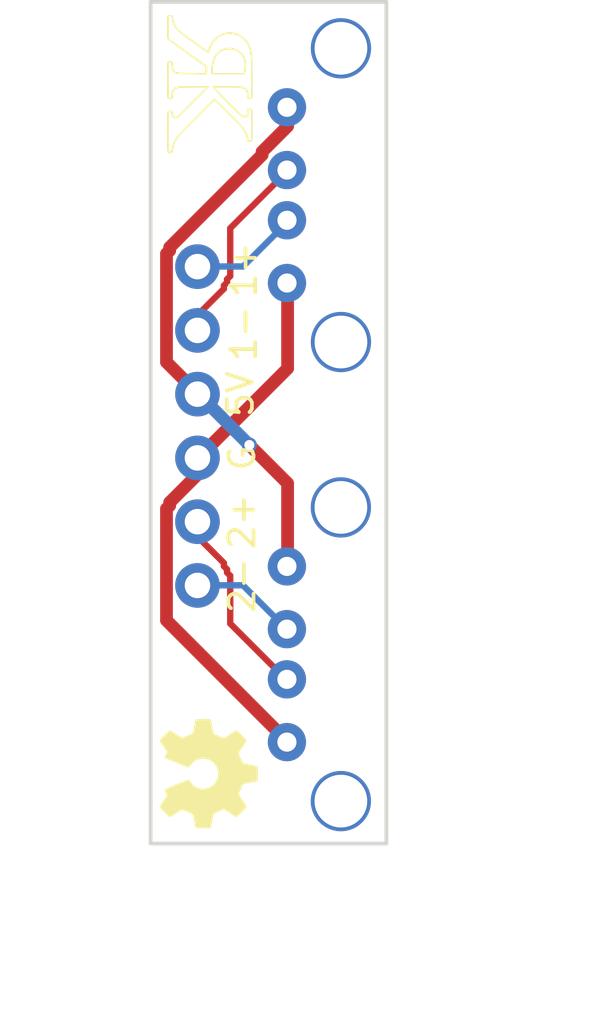
<source format=kicad_pcb>
(kicad_pcb (version 4) (host pcbnew 4.0.6)

  (general
    (links 8)
    (no_connects 0)
    (area 123.83844 82.728999 150.0761 125.801124)
    (thickness 1.6)
    (drawings 5)
    (tracks 56)
    (zones 0)
    (modules 5)
    (nets 7)
  )

  (page A4)
  (layers
    (0 F.Cu signal)
    (31 B.Cu signal)
    (32 B.Adhes user)
    (33 F.Adhes user)
    (34 B.Paste user)
    (35 F.Paste user)
    (36 B.SilkS user)
    (37 F.SilkS user)
    (38 B.Mask user)
    (39 F.Mask user)
    (40 Dwgs.User user)
    (41 Cmts.User user)
    (42 Eco1.User user)
    (43 Eco2.User user)
    (44 Edge.Cuts user)
    (45 Margin user)
    (46 B.CrtYd user)
    (47 F.CrtYd user)
    (48 B.Fab user)
    (49 F.Fab user)
  )

  (setup
    (last_trace_width 0.254)
    (user_trace_width 0.254)
    (user_trace_width 0.508)
    (user_trace_width 0.635)
    (trace_clearance 0.2)
    (zone_clearance 0.508)
    (zone_45_only no)
    (trace_min 0.2)
    (segment_width 0.2)
    (edge_width 0.15)
    (via_size 0.6)
    (via_drill 0.4)
    (via_min_size 0.4)
    (via_min_drill 0.3)
    (uvia_size 0.3)
    (uvia_drill 0.1)
    (uvias_allowed no)
    (uvia_min_size 0.2)
    (uvia_min_drill 0.1)
    (pcb_text_width 0.3)
    (pcb_text_size 1.5 1.5)
    (mod_edge_width 0.15)
    (mod_text_size 1 1)
    (mod_text_width 0.15)
    (pad_size 1.778 1.778)
    (pad_drill 1.016)
    (pad_to_mask_clearance 0)
    (aux_axis_origin 0 0)
    (visible_elements 7FFFFF7F)
    (pcbplotparams
      (layerselection 0x00030_80000001)
      (usegerberextensions false)
      (excludeedgelayer true)
      (linewidth 0.100000)
      (plotframeref false)
      (viasonmask false)
      (mode 1)
      (useauxorigin false)
      (hpglpennumber 1)
      (hpglpenspeed 20)
      (hpglpendiameter 15)
      (hpglpenoverlay 2)
      (psnegative false)
      (psa4output false)
      (plotreference true)
      (plotvalue true)
      (plotinvisibletext false)
      (padsonsilk false)
      (subtractmaskfromsilk false)
      (outputformat 1)
      (mirror false)
      (drillshape 1)
      (scaleselection 1)
      (outputdirectory ""))
  )

  (net 0 "")
  (net 1 "Net-(J1-Pad4)")
  (net 2 "Net-(J1-Pad3)")
  (net 3 "Net-(J1-Pad2)")
  (net 4 "Net-(J1-Pad1)")
  (net 5 "Net-(J2-Pad3)")
  (net 6 "Net-(J2-Pad2)")

  (net_class Default "This is the default net class."
    (clearance 0.2)
    (trace_width 0.254)
    (via_dia 0.6)
    (via_drill 0.4)
    (uvia_dia 0.3)
    (uvia_drill 0.1)
    (add_net "Net-(J1-Pad1)")
    (add_net "Net-(J1-Pad2)")
    (add_net "Net-(J1-Pad3)")
    (add_net "Net-(J1-Pad4)")
    (add_net "Net-(J2-Pad2)")
    (add_net "Net-(J2-Pad3)")
  )

  (net_class Power ""
    (clearance 0.2)
    (trace_width 0.635)
    (via_dia 0.6)
    (via_drill 0.4)
    (uvia_dia 0.3)
    (uvia_drill 0.1)
  )

  (module Custom_Connectors:USB_A_Plug (layer F.Cu) (tedit 599B27D2) (tstamp 599B2854)
    (at 148.5011 105.0036 90)
    (path /5999BF83)
    (fp_text reference J1 (at 0 0.5 90) (layer F.SilkS) hide
      (effects (font (size 1 1) (thickness 0.15)))
    )
    (fp_text value USB_A (at 0 -0.5 90) (layer F.Fab) hide
      (effects (font (size 1 1) (thickness 0.15)))
    )
    (pad 4 thru_hole circle (at 11 -12 90) (size 1.524 1.524) (drill 0.762) (layers *.Cu *.Mask)
      (net 1 "Net-(J1-Pad4)"))
    (pad 3 thru_hole circle (at 13.5 -12 90) (size 1.524 1.524) (drill 0.762) (layers *.Cu *.Mask)
      (net 2 "Net-(J1-Pad3)"))
    (pad 2 thru_hole circle (at 15.5 -12 90) (size 1.524 1.524) (drill 0.762) (layers *.Cu *.Mask)
      (net 3 "Net-(J1-Pad2)"))
    (pad 1 thru_hole circle (at 18 -12 90) (size 1.524 1.524) (drill 0.762) (layers *.Cu *.Mask)
      (net 4 "Net-(J1-Pad1)"))
    (pad "" np_thru_hole circle (at 12.2 -9.85 90) (size 1.3 1.3) (drill 1.3) (layers *.Cu *.Mask))
    (pad "" np_thru_hole circle (at 16.8 -9.85 90) (size 1.3 1.3) (drill 1.3) (layers *.Cu *.Mask))
    (pad 7 thru_hole circle (at 8.65 -9.85 90) (size 2.4 2.4) (drill 2.1) (layers *.Cu *.Mask))
    (pad 6 thru_hole circle (at 20.35 -9.85 90) (size 2.4 2.4) (drill 2.1) (layers *.Cu *.Mask))
  )

  (module Custom_Connectors:USB_A_Plug (layer F.Cu) (tedit 599B27D2) (tstamp 599B2860)
    (at 148.49856 123.2916 90)
    (path /5999BFED)
    (fp_text reference J2 (at 0 0.5 90) (layer F.SilkS) hide
      (effects (font (size 1 1) (thickness 0.15)))
    )
    (fp_text value USB_A (at 0 -0.5 90) (layer F.Fab) hide
      (effects (font (size 1 1) (thickness 0.15)))
    )
    (pad 4 thru_hole circle (at 11 -12 90) (size 1.524 1.524) (drill 0.762) (layers *.Cu *.Mask)
      (net 1 "Net-(J1-Pad4)"))
    (pad 3 thru_hole circle (at 13.5 -12 90) (size 1.524 1.524) (drill 0.762) (layers *.Cu *.Mask)
      (net 5 "Net-(J2-Pad3)"))
    (pad 2 thru_hole circle (at 15.5 -12 90) (size 1.524 1.524) (drill 0.762) (layers *.Cu *.Mask)
      (net 6 "Net-(J2-Pad2)"))
    (pad 1 thru_hole circle (at 18 -12 90) (size 1.524 1.524) (drill 0.762) (layers *.Cu *.Mask)
      (net 4 "Net-(J1-Pad1)"))
    (pad "" np_thru_hole circle (at 12.2 -9.85 90) (size 1.3 1.3) (drill 1.3) (layers *.Cu *.Mask))
    (pad "" np_thru_hole circle (at 16.8 -9.85 90) (size 1.3 1.3) (drill 1.3) (layers *.Cu *.Mask))
    (pad 7 thru_hole circle (at 8.65 -9.85 90) (size 2.4 2.4) (drill 2.1) (layers *.Cu *.Mask))
    (pad 6 thru_hole circle (at 20.35 -9.85 90) (size 2.4 2.4) (drill 2.1) (layers *.Cu *.Mask))
  )

  (module Custom_Connectors:USB_Extender_2_Port (layer F.Cu) (tedit 599B28DB) (tstamp 599B2A3F)
    (at 125.31344 88.27008 270)
    (path /5999C06C)
    (fp_text reference J3 (at 0 0.5 270) (layer F.SilkS) hide
      (effects (font (size 1 1) (thickness 0.15)))
    )
    (fp_text value CONN_01X06 (at 0 -0.5 270) (layer F.Fab) hide
      (effects (font (size 1 1) (thickness 0.15)))
    )
    (fp_text user 2- (at 17.78 -9.398 270) (layer F.SilkS)
      (effects (font (size 1 1) (thickness 0.15)))
    )
    (fp_text user 2+ (at 15.24 -9.398 270) (layer F.SilkS)
      (effects (font (size 1 1) (thickness 0.15)))
    )
    (fp_text user G (at 12.7 -9.398 270) (layer F.SilkS)
      (effects (font (size 1 1) (thickness 0.15)))
    )
    (fp_text user 5V (at 10.16 -9.3345 270) (layer F.SilkS)
      (effects (font (size 1 1) (thickness 0.15)))
    )
    (fp_text user 1- (at 7.747 -9.4615 270) (layer F.SilkS)
      (effects (font (size 1 1) (thickness 0.15)))
    )
    (fp_text user 1+ (at 5.207 -9.4615 270) (layer F.SilkS)
      (effects (font (size 1 1) (thickness 0.15)))
    )
    (pad 1 thru_hole circle (at 5.08 -7.62 270) (size 1.778 1.778) (drill 1.016) (layers *.Cu *.Mask)
      (net 2 "Net-(J1-Pad3)"))
    (pad 2 thru_hole circle (at 7.62 -7.62 270) (size 1.778 1.778) (drill 1.016) (layers *.Cu *.Mask)
      (net 3 "Net-(J1-Pad2)"))
    (pad 3 thru_hole circle (at 10.16 -7.62 270) (size 1.778 1.778) (drill 1.016) (layers *.Cu *.Mask)
      (net 4 "Net-(J1-Pad1)"))
    (pad 4 thru_hole circle (at 12.7 -7.62 270) (size 1.778 1.778) (drill 1.016) (layers *.Cu *.Mask)
      (net 1 "Net-(J1-Pad4)"))
    (pad 5 thru_hole circle (at 15.24 -7.62 270) (size 1.778 1.778) (drill 1.016) (layers *.Cu *.Mask)
      (net 5 "Net-(J2-Pad3)"))
    (pad 6 thru_hole circle (at 17.78 -7.62 270) (size 1.778 1.778) (drill 1.016) (layers *.Cu *.Mask)
      (net 6 "Net-(J2-Pad2)"))
  )

  (module Custom_Connectors:OSH (layer F.Cu) (tedit 0) (tstamp 599C76FE)
    (at 133.35 113.538 270)
    (fp_text reference G*** (at 0 0 270) (layer F.SilkS) hide
      (effects (font (thickness 0.3)))
    )
    (fp_text value LOGO (at 0.75 0 270) (layer F.SilkS) hide
      (effects (font (thickness 0.3)))
    )
    (fp_poly (pts (xy 0.100534 -1.985777) (xy 0.169196 -1.985496) (xy 0.220296 -1.984734) (xy 0.256596 -1.983253)
      (xy 0.280862 -1.980813) (xy 0.295857 -1.977175) (xy 0.304345 -1.972099) (xy 0.309091 -1.965346)
      (xy 0.311521 -1.959841) (xy 0.318862 -1.93544) (xy 0.32911 -1.891624) (xy 0.341586 -1.831791)
      (xy 0.355612 -1.759335) (xy 0.370511 -1.677655) (xy 0.385605 -1.590146) (xy 0.387012 -1.581727)
      (xy 0.398482 -1.512493) (xy 0.407988 -1.461938) (xy 0.418116 -1.426101) (xy 0.431451 -1.401024)
      (xy 0.450577 -1.382747) (xy 0.47808 -1.367309) (xy 0.516546 -1.350752) (xy 0.54564 -1.338768)
      (xy 0.604618 -1.314257) (xy 0.665929 -1.28877) (xy 0.720343 -1.266143) (xy 0.744504 -1.256093)
      (xy 0.785739 -1.240461) (xy 0.820187 -1.230151) (xy 0.841176 -1.227117) (xy 0.842641 -1.227378)
      (xy 0.856746 -1.235062) (xy 0.886962 -1.254044) (xy 0.930434 -1.282444) (xy 0.984309 -1.318383)
      (xy 1.045734 -1.359983) (xy 1.089062 -1.389652) (xy 1.153837 -1.433719) (xy 1.212959 -1.473027)
      (xy 1.263584 -1.50576) (xy 1.302871 -1.530102) (xy 1.327976 -1.544236) (xy 1.335431 -1.547091)
      (xy 1.3481 -1.539202) (xy 1.374481 -1.517026) (xy 1.412157 -1.482799) (xy 1.45871 -1.438755)
      (xy 1.511721 -1.38713) (xy 1.554194 -1.34485) (xy 1.616715 -1.281847) (xy 1.664568 -1.232946)
      (xy 1.699507 -1.196018) (xy 1.723287 -1.168932) (xy 1.737663 -1.14956) (xy 1.744391 -1.135772)
      (xy 1.745224 -1.125439) (xy 1.742126 -1.116828) (xy 1.731884 -1.100071) (xy 1.710607 -1.067407)
      (xy 1.680365 -1.021937) (xy 1.643229 -0.966766) (xy 1.601269 -0.904995) (xy 1.580188 -0.874154)
      (xy 1.537536 -0.811291) (xy 1.49967 -0.754355) (xy 1.468446 -0.70623) (xy 1.445723 -0.669803)
      (xy 1.433357 -0.647959) (xy 1.431637 -0.643333) (xy 1.435948 -0.629241) (xy 1.447726 -0.598119)
      (xy 1.465237 -0.554116) (xy 1.486747 -0.501383) (xy 1.510521 -0.444067) (xy 1.534827 -0.386317)
      (xy 1.557929 -0.332284) (xy 1.578094 -0.286116) (xy 1.593588 -0.251961) (xy 1.602677 -0.23397)
      (xy 1.602794 -0.233784) (xy 1.616427 -0.227562) (xy 1.649773 -0.218076) (xy 1.699797 -0.206033)
      (xy 1.763465 -0.192138) (xy 1.837743 -0.177098) (xy 1.885802 -0.167883) (xy 1.96273 -0.153234)
      (xy 2.032239 -0.13963) (xy 2.09106 -0.127741) (xy 2.135926 -0.118237) (xy 2.16357 -0.111786)
      (xy 2.170863 -0.109485) (xy 2.174354 -0.095971) (xy 2.177291 -0.061419) (xy 2.179595 -0.007881)
      (xy 2.181191 0.062595) (xy 2.182003 0.147959) (xy 2.182091 0.190403) (xy 2.181982 0.28055)
      (xy 2.181536 0.350281) (xy 2.180572 0.402275) (xy 2.178908 0.439206) (xy 2.176365 0.463751)
      (xy 2.172762 0.478586) (xy 2.167918 0.486387) (xy 2.161887 0.489757) (xy 2.144576 0.493768)
      (xy 2.10844 0.501113) (xy 2.057379 0.511036) (xy 1.995294 0.522778) (xy 1.926084 0.535583)
      (xy 1.922318 0.536272) (xy 1.851321 0.549295) (xy 1.785785 0.561394) (xy 1.730017 0.571766)
      (xy 1.688325 0.57961) (xy 1.665015 0.584127) (xy 1.66493 0.584144) (xy 1.649904 0.58779)
      (xy 1.6372 0.593682) (xy 1.625344 0.604469) (xy 1.612863 0.622799) (xy 1.598282 0.65132)
      (xy 1.580128 0.69268) (xy 1.556925 0.749526) (xy 1.527201 0.824507) (xy 1.517713 0.848594)
      (xy 1.488668 0.923964) (xy 1.468424 0.980533) (xy 1.456293 1.020556) (xy 1.451587 1.046284)
      (xy 1.453335 1.059476) (xy 1.462942 1.074773) (xy 1.48352 1.105878) (xy 1.512923 1.149601)
      (xy 1.548999 1.20275) (xy 1.5896 1.262132) (xy 1.598966 1.275773) (xy 1.640343 1.336206)
      (xy 1.677729 1.391212) (xy 1.708958 1.437572) (xy 1.731864 1.472067) (xy 1.744283 1.49148)
      (xy 1.745382 1.493388) (xy 1.747008 1.50205) (xy 1.742659 1.514381) (xy 1.730659 1.532352)
      (xy 1.709329 1.557937) (xy 1.676992 1.593107) (xy 1.63197 1.639835) (xy 1.572586 1.700092)
      (xy 1.551413 1.72141) (xy 1.494967 1.777788) (xy 1.443651 1.828308) (xy 1.399758 1.870771)
      (xy 1.365584 1.902978) (xy 1.343421 1.92273) (xy 1.335813 1.928091) (xy 1.323799 1.921819)
      (xy 1.29562 1.904234) (xy 1.254088 1.877179) (xy 1.202012 1.842498) (xy 1.142203 1.802035)
      (xy 1.107055 1.778) (xy 1.043845 1.735067) (xy 0.986435 1.696923) (xy 0.93772 1.665424)
      (xy 0.900593 1.642425) (xy 0.877952 1.62978) (xy 0.872771 1.627909) (xy 0.856331 1.633233)
      (xy 0.825215 1.64751) (xy 0.784774 1.668198) (xy 0.761993 1.680557) (xy 0.719184 1.702936)
      (xy 0.683153 1.719376) (xy 0.659098 1.727621) (xy 0.652968 1.727893) (xy 0.648927 1.725623)
      (xy 0.644298 1.720729) (xy 0.638318 1.711472) (xy 0.630224 1.696116) (xy 0.619255 1.672924)
      (xy 0.604646 1.640158) (xy 0.585635 1.596082) (xy 0.56146 1.538959) (xy 0.531357 1.467052)
      (xy 0.494563 1.378623) (xy 0.450317 1.271936) (xy 0.41031 1.175338) (xy 0.373996 1.087171)
      (xy 0.340669 1.005366) (xy 0.311335 0.932465) (xy 0.287 0.871005) (xy 0.268672 0.823527)
      (xy 0.257357 0.79257) (xy 0.254 0.780999) (xy 0.262739 0.766785) (xy 0.286005 0.743625)
      (xy 0.319375 0.715764) (xy 0.331932 0.706201) (xy 0.429116 0.624768) (xy 0.504438 0.540468)
      (xy 0.559116 0.451068) (xy 0.59437 0.354335) (xy 0.61142 0.248036) (xy 0.613499 0.1905)
      (xy 0.602654 0.072995) (xy 0.571029 -0.036929) (xy 0.51999 -0.137086) (xy 0.450904 -0.225291)
      (xy 0.365136 -0.299359) (xy 0.273974 -0.352525) (xy 0.161133 -0.393934) (xy 0.047148 -0.412342)
      (xy -0.067115 -0.407753) (xy -0.180789 -0.38017) (xy -0.252222 -0.350743) (xy -0.341666 -0.296416)
      (xy -0.422398 -0.225125) (xy -0.490821 -0.141272) (xy -0.543341 -0.049261) (xy -0.576288 0.046182)
      (xy -0.583872 0.097522) (xy -0.587489 0.16218) (xy -0.587141 0.230724) (xy -0.582827 0.293726)
      (xy -0.576288 0.334818) (xy -0.544874 0.425752) (xy -0.494332 0.515925) (xy -0.428252 0.600434)
      (xy -0.350223 0.674376) (xy -0.301581 0.710046) (xy -0.257335 0.742795) (xy -0.234546 0.768486)
      (xy -0.231254 0.779318) (xy -0.235514 0.794893) (xy -0.247778 0.829251) (xy -0.267066 0.879901)
      (xy -0.292398 0.944355) (xy -0.322794 1.020123) (xy -0.357274 1.104716) (xy -0.394859 1.195644)
      (xy -0.39938 1.2065) (xy -0.438002 1.299354) (xy -0.474417 1.387265) (xy -0.507519 1.467534)
      (xy -0.536201 1.537462) (xy -0.559357 1.594351) (xy -0.57588 1.635501) (xy -0.584662 1.658214)
      (xy -0.584923 1.658944) (xy -0.59872 1.694115) (xy -0.612861 1.715107) (xy -0.631587 1.722529)
      (xy -0.659139 1.716996) (xy -0.699758 1.699117) (xy -0.736 1.680741) (xy -0.780512 1.658328)
      (xy -0.817776 1.640633) (xy -0.842794 1.629972) (xy -0.850029 1.627909) (xy -0.862579 1.634174)
      (xy -0.891224 1.651722) (xy -0.93308 1.678681) (xy -0.985263 1.71318) (xy -1.044889 1.75335)
      (xy -1.074542 1.773572) (xy -1.136965 1.816115) (xy -1.193514 1.854293) (xy -1.241239 1.886145)
      (xy -1.27719 1.909707) (xy -1.298417 1.923018) (xy -1.302396 1.925146) (xy -1.314853 1.918998)
      (xy -1.341397 1.897983) (xy -1.38008 1.86385) (xy -1.428953 1.818348) (xy -1.486067 1.763225)
      (xy -1.518874 1.730847) (xy -1.576434 1.672798) (xy -1.627127 1.620065) (xy -1.668851 1.574957)
      (xy -1.699501 1.539783) (xy -1.716975 1.516854) (xy -1.720273 1.509681) (xy -1.713938 1.494475)
      (xy -1.696184 1.463366) (xy -1.668883 1.419335) (xy -1.633906 1.36536) (xy -1.593126 1.304421)
      (xy -1.570182 1.270871) (xy -1.527238 1.20801) (xy -1.489087 1.151153) (xy -1.457585 1.103149)
      (xy -1.434588 1.066849) (xy -1.421952 1.045102) (xy -1.420091 1.040422) (xy -1.424353 1.024472)
      (xy -1.436024 0.991433) (xy -1.453428 0.94543) (xy -1.474892 0.89059) (xy -1.49874 0.831039)
      (xy -1.523298 0.770902) (xy -1.546891 0.714305) (xy -1.567845 0.665374) (xy -1.584486 0.628235)
      (xy -1.595137 0.607013) (xy -1.597212 0.604036) (xy -1.614355 0.596303) (xy -1.652674 0.585579)
      (xy -1.710494 0.572221) (xy -1.786145 0.556588) (xy -1.877954 0.539035) (xy -1.984249 0.51992)
      (xy -2.020263 0.513667) (xy -2.069209 0.504279) (xy -2.110218 0.494645) (xy -2.137438 0.486226)
      (xy -2.144376 0.482673) (xy -2.148421 0.468266) (xy -2.151893 0.434767) (xy -2.154765 0.386002)
      (xy -2.157008 0.325794) (xy -2.158594 0.257969) (xy -2.159493 0.186352) (xy -2.159678 0.114768)
      (xy -2.15912 0.047041) (xy -2.157791 -0.013002) (xy -2.155662 -0.061539) (xy -2.152704 -0.094742)
      (xy -2.148889 -0.108789) (xy -2.148787 -0.108858) (xy -2.135013 -0.112677) (xy -2.101779 -0.120033)
      (xy -2.05233 -0.130263) (xy -1.989912 -0.142706) (xy -1.917769 -0.1567) (xy -1.863954 -0.166927)
      (xy -1.787109 -0.181706) (xy -1.717876 -0.195584) (xy -1.659472 -0.207873) (xy -1.615116 -0.217879)
      (xy -1.588024 -0.224913) (xy -1.58107 -0.227683) (xy -1.572964 -0.2422) (xy -1.558167 -0.273857)
      (xy -1.538426 -0.31846) (xy -1.51549 -0.371814) (xy -1.491104 -0.429726) (xy -1.467019 -0.488001)
      (xy -1.44498 -0.542444) (xy -1.426736 -0.588862) (xy -1.414034 -0.623061) (xy -1.408622 -0.640845)
      (xy -1.408545 -0.641729) (xy -1.414842 -0.65589) (xy -1.432504 -0.686089) (xy -1.459687 -0.729422)
      (xy -1.494547 -0.782985) (xy -1.535241 -0.843878) (xy -1.56044 -0.880898) (xy -1.603987 -0.945003)
      (xy -1.643146 -1.003692) (xy -1.67599 -1.053991) (xy -1.700593 -1.092928) (xy -1.715026 -1.117529)
      (xy -1.717944 -1.123919) (xy -1.715079 -1.13586) (xy -1.701417 -1.156546) (xy -1.675704 -1.187408)
      (xy -1.636688 -1.229872) (xy -1.583113 -1.285368) (xy -1.522878 -1.346169) (xy -1.466836 -1.401725)
      (xy -1.415675 -1.451391) (xy -1.37178 -1.492936) (xy -1.337537 -1.524127) (xy -1.315332 -1.542735)
      (xy -1.308054 -1.547091) (xy -1.294971 -1.540809) (xy -1.265665 -1.523147) (xy -1.222888 -1.495882)
      (xy -1.169393 -1.46079) (xy -1.107933 -1.419649) (xy -1.057627 -1.385454) (xy -0.99215 -1.340951)
      (xy -0.932764 -1.301136) (xy -0.882176 -1.26778) (xy -0.843094 -1.242655) (xy -0.818226 -1.227533)
      (xy -0.810482 -1.223818) (xy -0.794959 -1.228131) (xy -0.762541 -1.239892) (xy -0.717504 -1.257334)
      (xy -0.664126 -1.278691) (xy -0.606682 -1.302195) (xy -0.549451 -1.326079) (xy -0.496709 -1.348577)
      (xy -0.452733 -1.367921) (xy -0.4218 -1.382346) (xy -0.408297 -1.38997) (xy -0.402573 -1.404569)
      (xy -0.393644 -1.438562) (xy -0.382255 -1.488589) (xy -0.369148 -1.551294) (xy -0.355067 -1.623317)
      (xy -0.346695 -1.668318) (xy -0.33243 -1.74516) (xy -0.318928 -1.815539) (xy -0.306907 -1.875882)
      (xy -0.297089 -1.922616) (xy -0.290194 -1.95217) (xy -0.287895 -1.959841) (xy -0.284277 -1.967834)
      (xy -0.27872 -1.973993) (xy -0.268464 -1.978555) (xy -0.250752 -1.981761) (xy -0.222823 -1.98385)
      (xy -0.181919 -1.985061) (xy -0.125281 -1.985633) (xy -0.050149 -1.985806) (xy 0.011546 -1.985818)
      (xy 0.100534 -1.985777)) (layer F.SilkS) (width 0.01))
  )

  (module Custom_Connectors:Logo (layer F.Cu) (tedit 0) (tstamp 599C7AFC)
    (at 133.35 86.106 270)
    (fp_text reference G*** (at 0 0 270) (layer F.SilkS) hide
      (effects (font (thickness 0.3)))
    )
    (fp_text value LOGO (at 0.75 0 270) (layer F.SilkS) hide
      (effects (font (thickness 0.3)))
    )
    (fp_poly (pts (xy 1.900218 -1.777825) (xy 2.005691 -1.776961) (xy 2.089053 -1.775004) (xy 2.152895 -1.771526)
      (xy 2.199808 -1.766094) (xy 2.232382 -1.758279) (xy 2.253207 -1.74765) (xy 2.264874 -1.733777)
      (xy 2.269973 -1.716229) (xy 2.271094 -1.694575) (xy 2.27083 -1.668609) (xy 2.26771 -1.62429)
      (xy 2.260228 -1.591084) (xy 2.257594 -1.585642) (xy 2.237464 -1.573464) (xy 2.195926 -1.559795)
      (xy 2.141176 -1.547224) (xy 2.129009 -1.545008) (xy 2.045394 -1.525994) (xy 1.966668 -1.500048)
      (xy 1.901013 -1.470344) (xy 1.856606 -1.440055) (xy 1.855374 -1.438863) (xy 1.8328 -1.422276)
      (xy 1.823661 -1.419412) (xy 1.807362 -1.410555) (xy 1.774264 -1.387102) (xy 1.730401 -1.353732)
      (xy 1.68181 -1.315122) (xy 1.634526 -1.275951) (xy 1.601959 -1.247588) (xy 1.578593 -1.225468)
      (xy 1.539684 -1.187451) (xy 1.490687 -1.138906) (xy 1.43803 -1.086185) (xy 1.394 -1.041869)
      (xy 1.332838 -0.980308) (xy 1.258471 -0.905454) (xy 1.174827 -0.82126) (xy 1.085833 -0.731682)
      (xy 0.995417 -0.640671) (xy 0.967441 -0.61251) (xy 0.885113 -0.529359) (xy 0.809972 -0.45293)
      (xy 0.744511 -0.3858) (xy 0.691223 -0.330548) (xy 0.6526 -0.289751) (xy 0.631136 -0.265986)
      (xy 0.627529 -0.260996) (xy 0.637779 -0.24927) (xy 0.667087 -0.218666) (xy 0.713292 -0.171344)
      (xy 0.774229 -0.109465) (xy 0.847739 -0.035188) (xy 0.931657 0.049325) (xy 1.023821 0.141915)
      (xy 1.12207 0.24042) (xy 1.224241 0.342681) (xy 1.328172 0.446536) (xy 1.4317 0.549826)
      (xy 1.532662 0.650389) (xy 1.628898 0.746066) (xy 1.718244 0.834695) (xy 1.798537 0.914117)
      (xy 1.867617 0.982171) (xy 1.923319 1.036696) (xy 1.963483 1.075532) (xy 1.985945 1.096519)
      (xy 1.987872 1.098176) (xy 2.035402 1.136052) (xy 2.088679 1.175843) (xy 2.1416 1.213324)
      (xy 2.188063 1.244267) (xy 2.221965 1.264446) (xy 2.235963 1.27) (xy 2.261215 1.27963)
      (xy 2.273727 1.28953) (xy 2.309325 1.312023) (xy 2.368349 1.335116) (xy 2.444452 1.356829)
      (xy 2.531288 1.375185) (xy 2.567582 1.38114) (xy 2.631139 1.392914) (xy 2.678767 1.40615)
      (xy 2.704045 1.418999) (xy 2.705559 1.420852) (xy 2.713626 1.447807) (xy 2.718468 1.491301)
      (xy 2.719065 1.511727) (xy 2.719643 1.53669) (xy 2.71968 1.557833) (xy 2.716893 1.575471)
      (xy 2.709001 1.589922) (xy 2.693722 1.601501) (xy 2.668775 1.610523) (xy 2.631879 1.617305)
      (xy 2.58075 1.622163) (xy 2.513109 1.625412) (xy 2.426673 1.627369) (xy 2.319161 1.628349)
      (xy 2.18829 1.628669) (xy 2.03178 1.628644) (xy 1.875118 1.628588) (xy 1.694754 1.628662)
      (xy 1.54199 1.628669) (xy 1.414544 1.628286) (xy 1.310132 1.62719) (xy 1.226474 1.625057)
      (xy 1.161288 1.621564) (xy 1.112291 1.616389) (xy 1.077201 1.609208) (xy 1.053737 1.599699)
      (xy 1.039616 1.587537) (xy 1.032557 1.5724) (xy 1.030277 1.553965) (xy 1.030495 1.531909)
      (xy 1.030941 1.509059) (xy 1.036757 1.448907) (xy 1.057321 1.412037) (xy 1.097309 1.393817)
      (xy 1.151538 1.389529) (xy 1.218047 1.380183) (xy 1.262432 1.354104) (xy 1.282721 1.314231)
      (xy 1.276939 1.263503) (xy 1.259707 1.228386) (xy 1.241991 1.206603) (xy 1.205349 1.166749)
      (xy 1.152393 1.111466) (xy 1.085735 1.043394) (xy 1.007987 0.965177) (xy 0.921763 0.879456)
      (xy 0.829673 0.788873) (xy 0.73433 0.69607) (xy 0.712822 0.675274) (xy 0.688301 0.651063)
      (xy 0.64743 0.610124) (xy 0.594784 0.557064) (xy 0.534938 0.496489) (xy 0.494774 0.455706)
      (xy 0.425736 0.385858) (xy 0.354172 0.314051) (xy 0.286881 0.247068) (xy 0.230662 0.191692)
      (xy 0.211125 0.172694) (xy 0.103816 0.068976) (xy 0.109624 0.583576) (xy 0.111255 0.706624)
      (xy 0.11324 0.82174) (xy 0.115478 0.925107) (xy 0.11787 1.012911) (xy 0.120313 1.081335)
      (xy 0.122707 1.126565) (xy 0.124416 1.143) (xy 0.146694 1.235535) (xy 0.173803 1.302174)
      (xy 0.210373 1.346902) (xy 0.261034 1.373707) (xy 0.330416 1.386572) (xy 0.410788 1.389529)
      (xy 0.481385 1.392335) (xy 0.527394 1.403279) (xy 0.553791 1.42615) (xy 0.565551 1.464736)
      (xy 0.567765 1.509059) (xy 0.568193 1.535939) (xy 0.56787 1.558469) (xy 0.564377 1.57703)
      (xy 0.555299 1.592006) (xy 0.538221 1.603779) (xy 0.510727 1.612732) (xy 0.4704 1.619247)
      (xy 0.414825 1.623708) (xy 0.341585 1.626497) (xy 0.248266 1.627997) (xy 0.13245 1.62859)
      (xy -0.008277 1.62866) (xy -0.176332 1.628589) (xy -0.186765 1.628588) (xy -0.356446 1.62865)
      (xy -0.49866 1.628586) (xy -0.615825 1.628022) (xy -0.710354 1.626584) (xy -0.784663 1.623898)
      (xy -0.841168 1.619589) (xy -0.882283 1.613283) (xy -0.910425 1.604607) (xy -0.928009 1.593185)
      (xy -0.93745 1.578643) (xy -0.941163 1.560609) (xy -0.941564 1.538706) (xy -0.941069 1.512561)
      (xy -0.941065 1.511727) (xy -0.939467 1.464444) (xy -0.931763 1.432176) (xy -0.913045 1.41164)
      (xy -0.878401 1.399554) (xy -0.822922 1.392633) (xy -0.756631 1.388411) (xy -0.676463 1.382508)
      (xy -0.621895 1.374687) (xy -0.588667 1.364184) (xy -0.577052 1.356128) (xy -0.551149 1.334678)
      (xy -0.53734 1.327093) (xy -0.524086 1.309008) (xy -0.509634 1.266313) (xy -0.495397 1.204166)
      (xy -0.482833 1.128059) (xy -0.480616 1.098651) (xy -0.478237 1.043491) (xy -0.475807 0.966707)
      (xy -0.473435 0.872427) (xy -0.47123 0.764781) (xy -0.469301 0.647896) (xy -0.468464 0.586441)
      (xy -0.462376 0.104588) (xy -0.593512 0.104924) (xy -0.724647 0.10526) (xy -0.776941 0.180647)
      (xy -0.80968 0.227) (xy -0.852993 0.287182) (xy -0.899576 0.351076) (xy -0.919614 0.378282)
      (xy -0.971431 0.44926) (xy -1.029684 0.530418) (xy -1.08398 0.607243) (xy -1.098118 0.627529)
      (xy -1.136842 0.68262) (xy -1.170735 0.729538) (xy -1.195284 0.762105) (xy -1.204247 0.77281)
      (xy -1.22292 0.796686) (xy -1.247757 0.834192) (xy -1.255887 0.847515) (xy -1.280359 0.885833)
      (xy -1.301077 0.913743) (xy -1.305909 0.918882) (xy -1.322012 0.938196) (xy -1.34879 0.974784)
      (xy -1.380584 1.020897) (xy -1.382059 1.023097) (xy -1.415795 1.071768) (xy -1.446691 1.113403)
      (xy -1.467971 1.138891) (xy -1.4881 1.164352) (xy -1.494118 1.179286) (xy -1.503474 1.2008)
      (xy -1.513325 1.212903) (xy -1.532064 1.235489) (xy -1.56056 1.27337) (xy -1.584296 1.306518)
      (xy -1.616881 1.351356) (xy -1.646569 1.389428) (xy -1.661698 1.406863) (xy -1.684865 1.435363)
      (xy -1.713968 1.476997) (xy -1.727001 1.497345) (xy -1.758887 1.543122) (xy -1.792668 1.583333)
      (xy -1.804539 1.594971) (xy -1.816028 1.604557) (xy -1.82873 1.612122) (xy -1.846079 1.617906)
      (xy -1.87151 1.622147) (xy -1.908458 1.625084) (xy -1.96036 1.626958) (xy -2.030649 1.628006)
      (xy -2.122762 1.628469) (xy -2.240133 1.628585) (xy -2.287257 1.628588) (xy -2.416538 1.628413)
      (xy -2.519159 1.62778) (xy -2.598339 1.626527) (xy -2.657301 1.624493) (xy -2.699265 1.621517)
      (xy -2.72745 1.617436) (xy -2.745078 1.612091) (xy -2.755369 1.605318) (xy -2.75558 1.605109)
      (xy -2.771326 1.573057) (xy -2.778613 1.525044) (xy -2.778158 1.506853) (xy -2.734235 1.506853)
      (xy -2.730939 1.541055) (xy -2.724053 1.559084) (xy -2.707062 1.561549) (xy -2.664019 1.56353)
      (xy -2.598751 1.564974) (xy -2.515084 1.565827) (xy -2.416847 1.566035) (xy -2.307865 1.565545)
      (xy -2.279691 1.56531) (xy -1.84551 1.561353) (xy -1.505665 1.090706) (xy -1.418803 0.970342)
      (xy -1.327635 0.843888) (xy -1.235976 0.716642) (xy -1.147638 0.5939) (xy -1.066435 0.480962)
      (xy -0.996179 0.383124) (xy -0.954491 0.324971) (xy -0.743162 0.029882) (xy -0.418353 0.029882)
      (xy -0.418353 0.588137) (xy -0.418758 0.721718) (xy -0.419915 0.847557) (xy -0.421735 0.961891)
      (xy -0.424128 1.060958) (xy -0.427006 1.140997) (xy -0.43028 1.198244) (xy -0.433436 1.226872)
      (xy -0.458894 1.309902) (xy -0.501797 1.37308) (xy -0.564531 1.418137) (xy -0.649479 1.4468)
      (xy -0.755621 1.460592) (xy -0.881529 1.468447) (xy -0.881529 1.569119) (xy 0.515471 1.561353)
      (xy 0.519989 1.514983) (xy 0.524508 1.468613) (xy 0.406489 1.460523) (xy 0.293211 1.44352)
      (xy 0.203864 1.409187) (xy 0.137481 1.356718) (xy 0.093098 1.285307) (xy 0.069747 1.19415)
      (xy 0.067959 1.178311) (xy 0.066728 1.151471) (xy 0.065482 1.098829) (xy 0.064248 1.024467)
      (xy 0.063055 0.932465) (xy 0.061932 0.826905) (xy 0.060907 0.711866) (xy 0.060007 0.591432)
      (xy 0.059262 0.469681) (xy 0.0587 0.350696) (xy 0.058349 0.238557) (xy 0.058237 0.137344)
      (xy 0.058393 0.05114) (xy 0.058845 -0.015975) (xy 0.059416 -0.052224) (xy 0.06961 -0.045108)
      (xy 0.098562 -0.018936) (xy 0.144044 0.024071) (xy 0.20383 0.081694) (xy 0.275694 0.151712)
      (xy 0.35741 0.231906) (xy 0.446752 0.320054) (xy 0.541493 0.413938) (xy 0.639407 0.511336)
      (xy 0.738268 0.610029) (xy 0.835849 0.707796) (xy 0.929924 0.802418) (xy 1.018267 0.891674)
      (xy 1.098652 0.973344) (xy 1.168853 1.045209) (xy 1.226642 1.105047) (xy 1.269794 1.150639)
      (xy 1.296083 1.179765) (xy 1.301395 1.18633) (xy 1.337948 1.25341) (xy 1.345907 1.315138)
      (xy 1.32642 1.369035) (xy 1.280639 1.412623) (xy 1.209711 1.443421) (xy 1.178752 1.450801)
      (xy 1.129992 1.461198) (xy 1.103682 1.471424) (xy 1.092898 1.486801) (xy 1.090719 1.512651)
      (xy 1.090706 1.518473) (xy 1.090706 1.568823) (xy 2.644588 1.568823) (xy 2.644588 1.516814)
      (xy 2.641134 1.48053) (xy 2.626015 1.463396) (xy 2.6035 1.45701) (xy 2.44152 1.419158)
      (xy 2.300646 1.36992) (xy 2.173256 1.306131) (xy 2.061882 1.232224) (xy 2.03464 1.209342)
      (xy 1.988351 1.167262) (xy 1.925061 1.107958) (xy 1.846813 1.033401) (xy 1.75565 0.945566)
      (xy 1.653617 0.846424) (xy 1.542757 0.737949) (xy 1.425114 0.622113) (xy 1.302731 0.50089)
      (xy 1.252316 0.450744) (xy 0.539868 -0.258773) (xy 1.025414 -0.75292) (xy 1.12888 -0.85775)
      (xy 1.22992 -0.959244) (xy 1.325796 -1.05471) (xy 1.413769 -1.141457) (xy 1.491098 -1.216795)
      (xy 1.555045 -1.278034) (xy 1.60287 -1.322484) (xy 1.625804 -1.342598) (xy 1.750366 -1.439785)
      (xy 1.862851 -1.513356) (xy 1.966792 -1.565177) (xy 2.06572 -1.597112) (xy 2.128146 -1.607989)
      (xy 2.212842 -1.617943) (xy 2.208333 -1.671825) (xy 2.203823 -1.725706) (xy 1.023471 -1.725706)
      (xy 1.018833 -1.669677) (xy 1.014196 -1.613647) (xy 1.11371 -1.613647) (xy 1.168723 -1.612481)
      (xy 1.204466 -1.606596) (xy 1.231529 -1.592414) (xy 1.260501 -1.566356) (xy 1.264023 -1.562847)
      (xy 1.294106 -1.528448) (xy 1.312326 -1.499286) (xy 1.314823 -1.489966) (xy 1.305483 -1.442936)
      (xy 1.27683 -1.383037) (xy 1.227915 -1.308856) (xy 1.157789 -1.21898) (xy 1.065504 -1.111995)
      (xy 1.048132 -1.092656) (xy 1.014452 -1.057078) (xy 0.964568 -1.006719) (xy 0.901181 -0.94413)
      (xy 0.826986 -0.871862) (xy 0.744684 -0.792466) (xy 0.656973 -0.708493) (xy 0.566551 -0.622494)
      (xy 0.476117 -0.537019) (xy 0.388369 -0.454621) (xy 0.306007 -0.377848) (xy 0.231727 -0.309254)
      (xy 0.16823 -0.251388) (xy 0.118213 -0.206801) (xy 0.084376 -0.178044) (xy 0.069663 -0.167709)
      (xy 0.064909 -0.174439) (xy 0.061127 -0.19843) (xy 0.058264 -0.241648) (xy 0.056269 -0.306058)
      (xy 0.05509 -0.393624) (xy 0.054676 -0.506314) (xy 0.054974 -0.646091) (xy 0.055298 -0.713062)
      (xy 0.056324 -0.878815) (xy 0.05763 -1.017495) (xy 0.059508 -1.131912) (xy 0.062256 -1.224876)
      (xy 0.066165 -1.299197) (xy 0.071532 -1.357684) (xy 0.078651 -1.403147) (xy 0.087816 -1.438396)
      (xy 0.099323 -1.46624) (xy 0.113464 -1.489489) (xy 0.130536 -1.510953) (xy 0.140073 -1.521684)
      (xy 0.185156 -1.561005) (xy 0.2408 -1.587814) (xy 0.313724 -1.604564) (xy 0.388471 -1.61233)
      (xy 0.515471 -1.621118) (xy 0.515471 -1.725706) (xy -0.134471 -1.73029) (xy -0.376498 -1.731117)
      (xy -0.590946 -1.7297) (xy -0.780058 -1.725625) (xy -0.946082 -1.718473) (xy -1.091264 -1.70783)
      (xy -1.217849 -1.693278) (xy -1.328084 -1.674402) (xy -1.424214 -1.650784) (xy -1.508486 -1.62201)
      (xy -1.583145 -1.587661) (xy -1.650437 -1.547323) (xy -1.712609 -1.500579) (xy -1.771906 -1.447012)
      (xy -1.796684 -1.422184) (xy -1.878278 -1.330435) (xy -1.937657 -1.243604) (xy -1.979453 -1.15349)
      (xy -2.008301 -1.051892) (xy -2.009761 -1.045062) (xy -2.026528 -0.945797) (xy -2.030536 -0.858253)
      (xy -2.02177 -0.767777) (xy -2.009387 -0.701279) (xy -1.964459 -0.556801) (xy -1.893818 -0.427177)
      (xy -1.797895 -0.312788) (xy -1.677121 -0.214019) (xy -1.531928 -0.131249) (xy -1.362745 -0.064863)
      (xy -1.257904 -0.035039) (xy -1.256857 -0.021227) (xy -1.274247 0.013924) (xy -1.309247 0.068909)
      (xy -1.33651 0.108196) (xy -1.464012 0.287786) (xy -1.575623 0.444768) (xy -1.672694 0.580941)
      (xy -1.75658 0.698099) (xy -1.828633 0.798041) (xy -1.890206 0.882564) (xy -1.942653 0.953463)
      (xy -1.987327 1.012537) (xy -2.02558 1.061582) (xy -2.058766 1.102395) (xy -2.088238 1.136772)
      (xy -2.115349 1.166512) (xy -2.141452 1.19341) (xy -2.1679 1.219263) (xy -2.186275 1.236696)
      (xy -2.285216 1.313416) (xy -2.401641 1.37707) (xy -2.524032 1.421796) (xy -2.571919 1.433042)
      (xy -2.627293 1.4438) (xy -2.675044 1.453116) (xy -2.700618 1.45814) (xy -2.726384 1.47175)
      (xy -2.734207 1.503733) (xy -2.734235 1.506853) (xy -2.778158 1.506853) (xy -2.777323 1.473479)
      (xy -2.767335 1.430768) (xy -2.757395 1.414823) (xy -2.731234 1.401272) (xy -2.68653 1.389086)
      (xy -2.649071 1.383003) (xy -2.502132 1.352648) (xy -2.370713 1.298331) (xy -2.256949 1.22104)
      (xy -2.216188 1.183225) (xy -2.17723 1.141574) (xy -2.129982 1.08777) (xy -2.078027 1.02629)
      (xy -2.02495 0.961608) (xy -1.974335 0.898201) (xy -1.929767 0.840543) (xy -1.894831 0.79311)
      (xy -1.873111 0.760378) (xy -1.867647 0.748041) (xy -1.85893 0.729293) (xy -1.8415 0.70578)
      (xy -1.800986 0.657414) (xy -1.775149 0.624862) (xy -1.75905 0.601394) (xy -1.747754 0.58028)
      (xy -1.744868 0.574071) (xy -1.728579 0.547187) (xy -1.716221 0.537882) (xy -1.701974 0.525933)
      (xy -1.6828 0.496584) (xy -1.679676 0.490726) (xy -1.659402 0.45417) (xy -1.642811 0.428541)
      (xy -1.641761 0.427226) (xy -1.595859 0.369039) (xy -1.549635 0.305985) (xy -1.512072 0.250414)
      (xy -1.505882 0.24045) (xy -1.483177 0.205255) (xy -1.465966 0.182399) (xy -1.462697 0.179283)
      (xy -1.449193 0.163816) (xy -1.424744 0.131138) (xy -1.39958 0.095434) (xy -1.347049 0.019068)
      (xy -1.411014 -0.012878) (xy -1.45197 -0.031802) (xy -1.482675 -0.043259) (xy -1.49064 -0.044824)
      (xy -1.511103 -0.051277) (xy -1.548235 -0.067524) (xy -1.592554 -0.08889) (xy -1.634582 -0.110706)
      (xy -1.664837 -0.128297) (xy -1.673412 -0.1349) (xy -1.689882 -0.14745) (xy -1.722006 -0.16838)
      (xy -1.734469 -0.176057) (xy -1.814935 -0.238593) (xy -1.892549 -0.32387) (xy -1.962753 -0.424796)
      (xy -2.020988 -0.534279) (xy -2.062696 -0.645226) (xy -2.078078 -0.710615) (xy -2.089945 -0.827041)
      (xy -2.087516 -0.947936) (xy -2.071726 -1.063669) (xy -2.043508 -1.164612) (xy -2.03117 -1.194021)
      (xy -1.965171 -1.315009) (xy -1.888893 -1.41978) (xy -1.829747 -1.481622) (xy -1.791929 -1.516058)
      (xy -1.759721 -1.545383) (xy -1.750049 -1.554188) (xy -1.697021 -1.593035) (xy -1.623815 -1.63421)
      (xy -1.539461 -1.673713) (xy -1.452986 -1.707546) (xy -1.373419 -1.731711) (xy -1.329765 -1.740328)
      (xy -1.27419 -1.748409) (xy -1.220721 -1.756956) (xy -1.210235 -1.758772) (xy -1.185812 -1.760602)
      (xy -1.134397 -1.76252) (xy -1.058882 -1.764477) (xy -0.962156 -1.766424) (xy -0.84711 -1.768312)
      (xy -0.716636 -1.770093) (xy -0.573623 -1.771717) (xy -0.420962 -1.773135) (xy -0.316386 -1.773933)
      (xy -0.124108 -1.775113) (xy 0.040016 -1.775747) (xy 0.177709 -1.775811) (xy 0.290692 -1.775281)
      (xy 0.38069 -1.774135) (xy 0.449425 -1.772348) (xy 0.498621 -1.769898) (xy 0.53 -1.766759)
      (xy 0.545285 -1.76291) (xy 0.546467 -1.762134) (xy 0.561232 -1.734024) (xy 0.56762 -1.68915)
      (xy 0.565772 -1.639389) (xy 0.555829 -1.59662) (xy 0.544286 -1.577361) (xy 0.513596 -1.561699)
      (xy 0.459302 -1.554491) (xy 0.428492 -1.553799) (xy 0.32539 -1.54717) (xy 0.247254 -1.526624)
      (xy 0.19196 -1.490861) (xy 0.157383 -1.438579) (xy 0.142494 -1.378584) (xy 0.133867 -1.324459)
      (xy 0.122872 -1.274552) (xy 0.119128 -1.261469) (xy 0.1155 -1.235898) (xy 0.112383 -1.18651)
      (xy 0.109785 -1.117562) (xy 0.107718 -1.033314) (xy 0.10619 -0.938025) (xy 0.105213 -0.835953)
      (xy 0.104795 -0.731356) (xy 0.104948 -0.628493) (xy 0.105681 -0.531623) (xy 0.107003 -0.445005)
      (xy 0.108926 -0.372897) (xy 0.111458 -0.319557) (xy 0.114611 -0.289246) (xy 0.116835 -0.283882)
      (xy 0.134602 -0.293914) (xy 0.159446 -0.3175) (xy 0.181762 -0.340106) (xy 0.220966 -0.377771)
      (xy 0.271789 -0.425505) (xy 0.328962 -0.478315) (xy 0.336909 -0.485588) (xy 0.41547 -0.558578)
      (xy 0.50227 -0.641248) (xy 0.594418 -0.730664) (xy 0.689022 -0.823889) (xy 0.783192 -0.917987)
      (xy 0.874037 -1.010023) (xy 0.958665 -1.097062) (xy 1.034186 -1.176166) (xy 1.09771 -1.244402)
      (xy 1.146344 -1.298833) (xy 1.177198 -1.336523) (xy 1.182933 -1.344706) (xy 1.225332 -1.415376)
      (xy 1.246389 -1.467186) (xy 1.24476 -1.503484) (xy 1.219097 -1.527619) (xy 1.168055 -1.542939)
      (xy 1.099606 -1.551927) (xy 1.033697 -1.56012) (xy 0.99158 -1.570606) (xy 0.96717 -1.585122)
      (xy 0.961855 -1.59124) (xy 0.943824 -1.637184) (xy 0.944194 -1.69047) (xy 0.962136 -1.737137)
      (xy 0.971176 -1.748118) (xy 0.97954 -1.75551) (xy 0.990315 -1.761572) (xy 1.006332 -1.766434)
      (xy 1.030421 -1.77023) (xy 1.065413 -1.77309) (xy 1.11414 -1.775147) (xy 1.179431 -1.776533)
      (xy 1.264117 -1.777379) (xy 1.37103 -1.777817) (xy 1.502999 -1.77798) (xy 1.61258 -1.778)
      (xy 1.770045 -1.778028) (xy 1.900218 -1.777825)) (layer F.SilkS) (width 0.01))
    (fp_poly (pts (xy -0.671233 -1.522396) (xy -0.603337 -1.513666) (xy -0.538296 -1.503355) (xy -0.488423 -1.493449)
      (xy -0.481853 -1.491823) (xy -0.418353 -1.475293) (xy -0.418353 -0.804882) (xy -0.418398 -0.645896)
      (xy -0.418602 -0.514223) (xy -0.419074 -0.407296) (xy -0.419918 -0.322545) (xy -0.421243 -0.257403)
      (xy -0.423153 -0.2093) (xy -0.425756 -0.175668) (xy -0.429158 -0.153939) (xy -0.433466 -0.141544)
      (xy -0.438786 -0.135915) (xy -0.445225 -0.134483) (xy -0.44615 -0.134471) (xy -0.478145 -0.133082)
      (xy -0.524219 -0.129613) (xy -0.539532 -0.128221) (xy -0.594203 -0.126914) (xy -0.658217 -0.130715)
      (xy -0.687294 -0.134246) (xy -0.829451 -0.158326) (xy -0.946779 -0.185317) (xy -1.044321 -0.217368)
      (xy -1.12712 -0.256625) (xy -1.200219 -0.305235) (xy -1.268661 -0.365345) (xy -1.296249 -0.393497)
      (xy -1.382141 -0.50398) (xy -1.440014 -0.624404) (xy -1.470023 -0.755289) (xy -1.47118 -0.82663)
      (xy -1.409573 -0.82663) (xy -1.39296 -0.70071) (xy -1.353139 -0.582823) (xy -1.291095 -0.47828)
      (xy -1.248342 -0.428887) (xy -1.184147 -0.366663) (xy -1.135284 -0.32579) (xy -1.098766 -0.304014)
      (xy -1.07605 -0.298824) (xy -1.046222 -0.290633) (xy -1.020495 -0.276384) (xy -0.990597 -0.262791)
      (xy -0.941113 -0.247536) (xy -0.881975 -0.233619) (xy -0.87304 -0.231862) (xy -0.81768 -0.220522)
      (xy -0.774619 -0.210301) (xy -0.75153 -0.203058) (xy -0.74985 -0.202007) (xy -0.732449 -0.198621)
      (xy -0.69221 -0.195982) (xy -0.636175 -0.194461) (xy -0.602628 -0.194235) (xy -0.463177 -0.194235)
      (xy -0.463177 -1.412861) (xy -0.511735 -1.431882) (xy -0.546737 -1.440491) (xy -0.602966 -1.448738)
      (xy -0.671773 -1.455523) (xy -0.724647 -1.458908) (xy -0.803841 -1.461801) (xy -0.862606 -1.460915)
      (xy -0.910249 -1.455418) (xy -0.956078 -1.444477) (xy -0.984329 -1.435692) (xy -1.035317 -1.419746)
      (xy -1.075828 -1.408448) (xy -1.096388 -1.404339) (xy -1.114264 -1.394507) (xy -1.146943 -1.368811)
      (xy -1.188336 -1.332751) (xy -1.232351 -1.291827) (xy -1.272898 -1.251538) (xy -1.303887 -1.217383)
      (xy -1.305198 -1.215786) (xy -1.323334 -1.185967) (xy -1.346171 -1.138097) (xy -1.368824 -1.082431)
      (xy -1.369239 -1.081315) (xy -1.401994 -0.955269) (xy -1.409573 -0.82663) (xy -1.47118 -0.82663)
      (xy -1.472324 -0.897154) (xy -1.46507 -0.960103) (xy -1.430403 -1.098644) (xy -1.37209 -1.220527)
      (xy -1.292226 -1.324266) (xy -1.192907 -1.408377) (xy -1.076229 -1.471374) (xy -0.944288 -1.511775)
      (xy -0.79918 -1.528093) (xy -0.671233 -1.522396)) (layer F.SilkS) (width 0.01))
  )

  (gr_line (start 140.462 82.804) (end 140.208 82.804) (angle 90) (layer Edge.Cuts) (width 0.15))
  (gr_line (start 131.064 116.332) (end 140.462 116.332) (angle 90) (layer Edge.Cuts) (width 0.15))
  (gr_line (start 131.064 82.804) (end 131.064 116.332) (angle 90) (layer Edge.Cuts) (width 0.15))
  (gr_line (start 140.208 82.804) (end 131.064 82.804) (angle 90) (layer Edge.Cuts) (width 0.15))
  (gr_line (start 140.462 116.332) (end 140.462 82.804) (angle 90) (layer Edge.Cuts) (width 0.15))

  (segment (start 136.49856 112.2916) (end 136.525 112.268) (width 0.508) (layer F.Cu) (net 1) (status 80000))
  (segment (start 136.525 112.268) (end 131.699 107.442) (width 0.508) (layer F.Cu) (net 1) (status 80000))
  (segment (start 131.699 107.442) (end 131.699 102.997) (width 0.508) (layer F.Cu) (net 1) (status 80000))
  (segment (start 131.699 102.997) (end 131.826 102.87) (width 0.508) (layer F.Cu) (net 1) (status 80000))
  (segment (start 131.826 102.87) (end 131.826 102.743) (width 0.508) (layer F.Cu) (net 1) (status 80000))
  (segment (start 131.826 102.743) (end 132.969 101.6) (width 0.508) (layer F.Cu) (net 1) (status 80000))
  (segment (start 132.969 101.6) (end 132.969 100.965) (width 0.508) (layer F.Cu) (net 1) (status 80000))
  (segment (start 132.969 100.965) (end 132.93344 100.97008) (width 0.508) (layer F.Cu) (net 1) (tstamp 599C6DE1) (status 80000))
  (segment (start 132.93344 100.97008) (end 132.969 100.965) (width 0.508) (layer F.Cu) (net 1) (status 80000))
  (segment (start 132.969 100.965) (end 136.525 97.409) (width 0.508) (layer F.Cu) (net 1) (status 80000))
  (segment (start 136.525 97.409) (end 136.525 93.98) (width 0.508) (layer F.Cu) (net 1) (status 80000))
  (segment (start 136.525 93.98) (end 136.5011 94.0036) (width 0.508) (layer F.Cu) (net 1) (tstamp 599C6DDF) (status 80000))
  (segment (start 136.5011 91.5036) (end 136.525 91.567) (width 0.508) (layer B.Cu) (net 2) (status 80000))
  (segment (start 136.525 91.567) (end 134.747 93.345) (width 0.254) (layer B.Cu) (net 2) (status 80000))
  (segment (start 134.747 93.345) (end 132.969 93.345) (width 0.254) (layer B.Cu) (net 2) (status 80000))
  (segment (start 132.969 93.345) (end 132.93344 93.35008) (width 0.508) (layer B.Cu) (net 2) (tstamp 599C6DDB) (status 80000))
  (segment (start 136.5011 89.5036) (end 136.525 89.535) (width 0.508) (layer F.Cu) (net 3) (status 80000))
  (segment (start 136.525 89.535) (end 134.239 91.821) (width 0.254) (layer F.Cu) (net 3) (status 80000))
  (segment (start 133.985 94.234) (end 132.969 95.25) (width 0.254) (layer F.Cu) (net 3) (status 80000))
  (segment (start 133.985 94.107) (end 133.985 94.234) (width 0.254) (layer F.Cu) (net 3) (status 80000))
  (segment (start 134.112 93.98) (end 133.985 94.107) (width 0.254) (layer F.Cu) (net 3) (status 80000))
  (segment (start 134.112 93.853) (end 134.112 93.98) (width 0.254) (layer F.Cu) (net 3) (status 80000))
  (segment (start 134.239 93.726) (end 134.112 93.853) (width 0.254) (layer F.Cu) (net 3) (status 80000))
  (segment (start 134.239 91.821) (end 134.239 93.726) (width 0.254) (layer F.Cu) (net 3) (status 80000))
  (segment (start 132.969 95.25) (end 132.969 95.885) (width 0.508) (layer F.Cu) (net 3) (status 80000))
  (segment (start 132.969 95.885) (end 132.93344 95.89008) (width 0.508) (layer F.Cu) (net 3) (tstamp 599C6DDD) (status 80000))
  (segment (start 132.93344 98.43008) (end 132.969 98.425) (width 0.508) (layer F.Cu) (net 4) (status 80000))
  (segment (start 132.969 98.425) (end 131.699 97.155) (width 0.508) (layer F.Cu) (net 4) (status 80000))
  (segment (start 131.699 97.155) (end 131.699 92.837) (width 0.508) (layer F.Cu) (net 4) (status 80000))
  (segment (start 131.699 92.837) (end 131.826 92.71) (width 0.508) (layer F.Cu) (net 4) (status 80000))
  (segment (start 131.826 92.71) (end 131.826 92.583) (width 0.508) (layer F.Cu) (net 4) (status 80000))
  (segment (start 131.826 92.583) (end 135.509 88.9) (width 0.508) (layer F.Cu) (net 4) (status 80000))
  (segment (start 135.509 88.9) (end 135.509 88.773) (width 0.508) (layer F.Cu) (net 4) (status 80000))
  (segment (start 135.509 88.773) (end 136.525 87.757) (width 0.508) (layer F.Cu) (net 4) (status 80000))
  (segment (start 136.525 87.757) (end 136.525 86.995) (width 0.508) (layer F.Cu) (net 4) (status 80000))
  (segment (start 136.525 86.995) (end 136.5011 87.0036) (width 0.508) (layer F.Cu) (net 4) (tstamp 599C6DE2) (status 80000))
  (segment (start 132.93344 98.43008) (end 132.969 98.425) (width 0.508) (layer B.Cu) (net 4) (status 80000))
  (segment (start 132.969 98.425) (end 135.001 100.457) (width 0.508) (layer B.Cu) (net 4) (status 80000))
  (via (at 135.001 100.457) (size 0.6) (layers F.Cu B.Cu) (net 4) (status 80000))
  (segment (start 135.001 100.457) (end 136.525 101.981) (width 0.508) (layer F.Cu) (net 4) (status 80000))
  (segment (start 136.525 101.981) (end 136.525 105.283) (width 0.508) (layer F.Cu) (net 4) (status 80000))
  (segment (start 136.525 105.283) (end 136.49856 105.2916) (width 0.508) (layer F.Cu) (net 4) (tstamp 599C6DE0) (status 80000))
  (segment (start 136.49856 109.7916) (end 136.525 109.855) (width 0.508) (layer F.Cu) (net 5) (status 80000))
  (segment (start 136.525 109.855) (end 134.239 107.569) (width 0.254) (layer F.Cu) (net 5) (status 80000))
  (segment (start 133.985 105.156) (end 132.969 104.14) (width 0.254) (layer F.Cu) (net 5) (status 80000))
  (segment (start 133.985 105.283) (end 133.985 105.156) (width 0.254) (layer F.Cu) (net 5) (status 80000))
  (segment (start 134.112 105.41) (end 133.985 105.283) (width 0.254) (layer F.Cu) (net 5) (status 80000))
  (segment (start 134.112 105.537) (end 134.112 105.41) (width 0.254) (layer F.Cu) (net 5) (status 80000))
  (segment (start 134.239 105.664) (end 134.112 105.537) (width 0.254) (layer F.Cu) (net 5) (status 80000))
  (segment (start 134.239 107.569) (end 134.239 105.664) (width 0.254) (layer F.Cu) (net 5) (status 80000))
  (segment (start 132.969 104.14) (end 132.969 103.505) (width 0.508) (layer F.Cu) (net 5) (status 80000))
  (segment (start 132.969 103.505) (end 132.93344 103.51008) (width 0.508) (layer F.Cu) (net 5) (tstamp 599C6DDE) (status 80000))
  (segment (start 136.49856 107.7916) (end 136.525 107.823) (width 0.508) (layer B.Cu) (net 6) (status 80000))
  (segment (start 136.525 107.823) (end 134.747 106.045) (width 0.254) (layer B.Cu) (net 6) (status 80000))
  (segment (start 134.747 106.045) (end 132.969 106.045) (width 0.254) (layer B.Cu) (net 6) (status 80000))
  (segment (start 132.969 106.045) (end 132.93344 106.05008) (width 0.508) (layer B.Cu) (net 6) (tstamp 599C6DDC) (status 80000))

)

</source>
